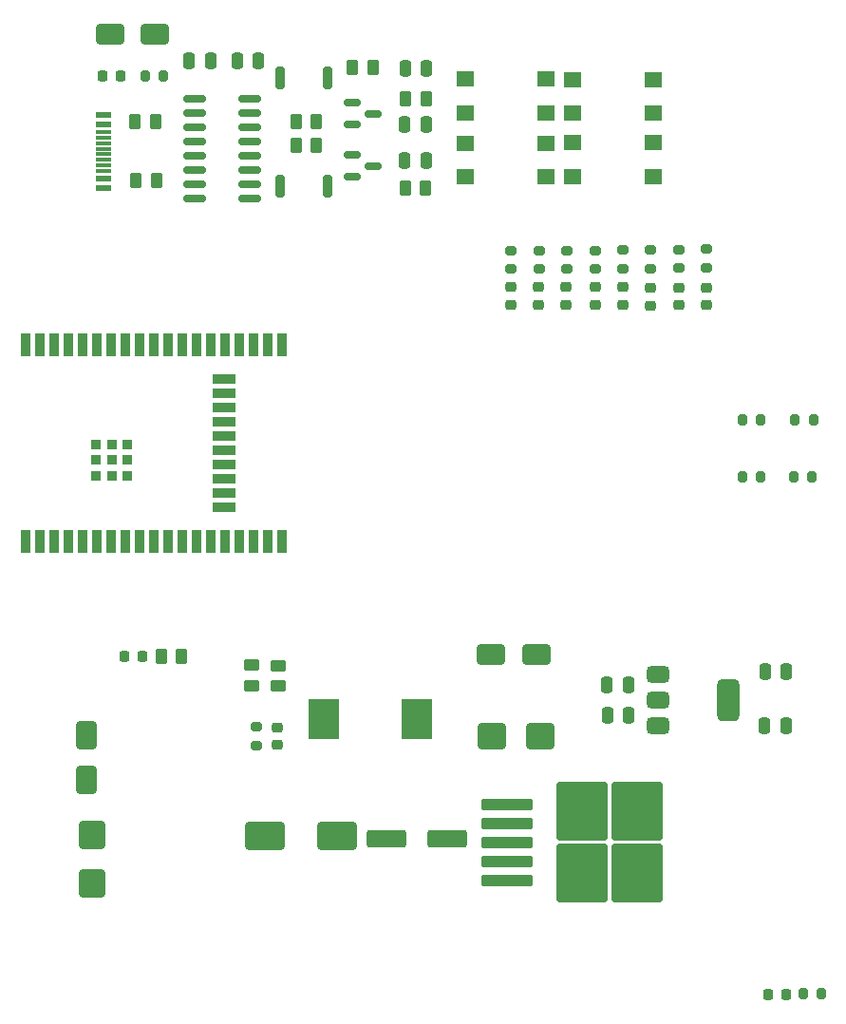
<source format=gbr>
%TF.GenerationSoftware,KiCad,Pcbnew,8.0.2*%
%TF.CreationDate,2025-02-27T03:45:28+05:30*%
%TF.ProjectId,sra_dev_board_2024(CH340C),7372615f-6465-4765-9f62-6f6172645f32,rev?*%
%TF.SameCoordinates,Original*%
%TF.FileFunction,Paste,Top*%
%TF.FilePolarity,Positive*%
%FSLAX46Y46*%
G04 Gerber Fmt 4.6, Leading zero omitted, Abs format (unit mm)*
G04 Created by KiCad (PCBNEW 8.0.2) date 2025-02-27 03:45:28*
%MOMM*%
%LPD*%
G01*
G04 APERTURE LIST*
G04 Aperture macros list*
%AMRoundRect*
0 Rectangle with rounded corners*
0 $1 Rounding radius*
0 $2 $3 $4 $5 $6 $7 $8 $9 X,Y pos of 4 corners*
0 Add a 4 corners polygon primitive as box body*
4,1,4,$2,$3,$4,$5,$6,$7,$8,$9,$2,$3,0*
0 Add four circle primitives for the rounded corners*
1,1,$1+$1,$2,$3*
1,1,$1+$1,$4,$5*
1,1,$1+$1,$6,$7*
1,1,$1+$1,$8,$9*
0 Add four rect primitives between the rounded corners*
20,1,$1+$1,$2,$3,$4,$5,0*
20,1,$1+$1,$4,$5,$6,$7,0*
20,1,$1+$1,$6,$7,$8,$9,0*
20,1,$1+$1,$8,$9,$2,$3,0*%
G04 Aperture macros list end*
%ADD10RoundRect,0.250000X-0.262500X-0.450000X0.262500X-0.450000X0.262500X0.450000X-0.262500X0.450000X0*%
%ADD11RoundRect,0.250000X0.450000X-0.262500X0.450000X0.262500X-0.450000X0.262500X-0.450000X-0.262500X0*%
%ADD12RoundRect,0.218750X-0.256250X0.218750X-0.256250X-0.218750X0.256250X-0.218750X0.256250X0.218750X0*%
%ADD13RoundRect,0.250000X0.250000X0.475000X-0.250000X0.475000X-0.250000X-0.475000X0.250000X-0.475000X0*%
%ADD14R,1.600000X1.400000*%
%ADD15R,0.900000X2.000000*%
%ADD16RoundRect,0.200000X-0.200000X-0.275000X0.200000X-0.275000X0.200000X0.275000X-0.200000X0.275000X0*%
%ADD17RoundRect,0.250000X-1.000000X-0.650000X1.000000X-0.650000X1.000000X0.650000X-1.000000X0.650000X0*%
%ADD18RoundRect,0.200000X0.275000X-0.200000X0.275000X0.200000X-0.275000X0.200000X-0.275000X-0.200000X0*%
%ADD19RoundRect,0.250000X-0.250000X-0.475000X0.250000X-0.475000X0.250000X0.475000X-0.250000X0.475000X0*%
%ADD20RoundRect,0.250000X-1.000000X-0.900000X1.000000X-0.900000X1.000000X0.900000X-1.000000X0.900000X0*%
%ADD21RoundRect,0.250000X-2.050000X-0.300000X2.050000X-0.300000X2.050000X0.300000X-2.050000X0.300000X0*%
%ADD22RoundRect,0.250000X-2.025000X-2.375000X2.025000X-2.375000X2.025000X2.375000X-2.025000X2.375000X0*%
%ADD23RoundRect,0.218750X0.218750X0.256250X-0.218750X0.256250X-0.218750X-0.256250X0.218750X-0.256250X0*%
%ADD24RoundRect,0.150000X-0.825000X-0.150000X0.825000X-0.150000X0.825000X0.150000X-0.825000X0.150000X0*%
%ADD25RoundRect,0.150000X-0.587500X-0.150000X0.587500X-0.150000X0.587500X0.150000X-0.587500X0.150000X0*%
%ADD26RoundRect,0.200000X-0.200000X-0.800000X0.200000X-0.800000X0.200000X0.800000X-0.200000X0.800000X0*%
%ADD27RoundRect,0.250000X1.000000X0.650000X-1.000000X0.650000X-1.000000X-0.650000X1.000000X-0.650000X0*%
%ADD28RoundRect,0.250000X0.650000X-1.000000X0.650000X1.000000X-0.650000X1.000000X-0.650000X-1.000000X0*%
%ADD29R,1.450000X0.600000*%
%ADD30R,1.450000X0.300000*%
%ADD31R,2.700000X3.600000*%
%ADD32RoundRect,0.200000X0.200000X0.800000X-0.200000X0.800000X-0.200000X-0.800000X0.200000X-0.800000X0*%
%ADD33R,2.000000X0.900000*%
%ADD34R,0.900000X0.900000*%
%ADD35RoundRect,0.250000X-1.500000X-0.550000X1.500000X-0.550000X1.500000X0.550000X-1.500000X0.550000X0*%
%ADD36RoundRect,0.250000X-0.900000X1.000000X-0.900000X-1.000000X0.900000X-1.000000X0.900000X1.000000X0*%
%ADD37RoundRect,0.250000X-1.500000X-1.000000X1.500000X-1.000000X1.500000X1.000000X-1.500000X1.000000X0*%
%ADD38RoundRect,0.218750X0.256250X-0.218750X0.256250X0.218750X-0.256250X0.218750X-0.256250X-0.218750X0*%
%ADD39RoundRect,0.375000X-0.625000X-0.375000X0.625000X-0.375000X0.625000X0.375000X-0.625000X0.375000X0*%
%ADD40RoundRect,0.500000X-0.500000X-1.400000X0.500000X-1.400000X0.500000X1.400000X-0.500000X1.400000X0*%
G04 APERTURE END LIST*
D10*
%TO.C,R5*%
X140915000Y-59970000D03*
X142740000Y-59970000D03*
%TD*%
%TO.C,R3*%
X135907500Y-64760000D03*
X137732500Y-64760000D03*
%TD*%
D11*
%TO.C,R25*%
X134300000Y-115075000D03*
X134300000Y-113250000D03*
%TD*%
D12*
%TO.C,D4*%
X162570000Y-79487500D03*
X162570000Y-81062500D03*
%TD*%
D10*
%TO.C,R4*%
X145625000Y-70650000D03*
X147450000Y-70650000D03*
%TD*%
D13*
%TO.C,C5*%
X147490000Y-65010000D03*
X145590000Y-65010000D03*
%TD*%
D14*
%TO.C,SW6*%
X160520000Y-69640000D03*
X167720000Y-69640000D03*
X160520000Y-66640000D03*
X167720000Y-66640000D03*
%TD*%
D15*
%TO.C,*%
X132080000Y-102170000D03*
%TD*%
D16*
%TO.C,R8*%
X175675000Y-96440000D03*
X177325000Y-96440000D03*
%TD*%
%TO.C,R23*%
X181115000Y-142517500D03*
X182765000Y-142517500D03*
%TD*%
D12*
%TO.C,D5*%
X165030000Y-79505000D03*
X165030000Y-81080000D03*
%TD*%
D17*
%TO.C,D14*%
X153310000Y-112290000D03*
X157310000Y-112290000D03*
%TD*%
D15*
%TO.C,*%
X132070000Y-84690000D03*
%TD*%
D10*
%TO.C,R20*%
X123887500Y-112400000D03*
X125712500Y-112400000D03*
%TD*%
D18*
%TO.C,R21*%
X132340000Y-120347500D03*
X132340000Y-118697500D03*
%TD*%
D19*
%TO.C,C1*%
X145620000Y-59980000D03*
X147520000Y-59980000D03*
%TD*%
D20*
%TO.C,D15*%
X153352500Y-119572500D03*
X157652500Y-119572500D03*
%TD*%
D21*
%TO.C,U4*%
X154715000Y-125590000D03*
X154715000Y-127290000D03*
X154715000Y-128990000D03*
D22*
X161440000Y-126215000D03*
X161440000Y-131765000D03*
X166290000Y-126215000D03*
X166290000Y-131765000D03*
D21*
X154715000Y-130690000D03*
X154715000Y-132390000D03*
%TD*%
D23*
%TO.C,D12*%
X179597500Y-142540000D03*
X178022500Y-142540000D03*
%TD*%
%TO.C,D9*%
X122187500Y-112400000D03*
X120612500Y-112400000D03*
%TD*%
D10*
%TO.C,R1*%
X145657500Y-62760000D03*
X147482500Y-62760000D03*
%TD*%
D23*
%TO.C,D11*%
X120227500Y-60690000D03*
X118652500Y-60690000D03*
%TD*%
D18*
%TO.C,R16*%
X165080000Y-77845000D03*
X165080000Y-76195000D03*
%TD*%
D13*
%TO.C,C3*%
X132530000Y-59340000D03*
X130630000Y-59340000D03*
%TD*%
D15*
%TO.C,*%
X133350000Y-102170000D03*
%TD*%
%TO.C,*%
X130810000Y-102170000D03*
%TD*%
%TO.C,*%
X129540000Y-102170000D03*
%TD*%
D19*
%TO.C,C11*%
X177690000Y-118570000D03*
X179590000Y-118570000D03*
%TD*%
D13*
%TO.C,C2*%
X128280000Y-59330000D03*
X126380000Y-59330000D03*
%TD*%
D24*
%TO.C,U2*%
X126840000Y-62750000D03*
X126840000Y-64020000D03*
X126840000Y-65290000D03*
X126840000Y-66560000D03*
X126840000Y-67830000D03*
X126840000Y-69100000D03*
X126840000Y-70370000D03*
X126840000Y-71640000D03*
X131790000Y-71640000D03*
X131790000Y-70370000D03*
X131790000Y-69100000D03*
X131790000Y-67830000D03*
X131790000Y-66560000D03*
X131790000Y-65290000D03*
X131790000Y-64020000D03*
X131790000Y-62750000D03*
%TD*%
D18*
%TO.C,R18*%
X170050000Y-77810000D03*
X170050000Y-76160000D03*
%TD*%
D13*
%TO.C,C9*%
X165520000Y-114990000D03*
X163620000Y-114990000D03*
%TD*%
D15*
%TO.C,*%
X129530000Y-84690000D03*
%TD*%
D12*
%TO.C,D2*%
X157530000Y-79492500D03*
X157530000Y-81067500D03*
%TD*%
D25*
%TO.C,Q2*%
X140942500Y-67757500D03*
X140942500Y-69657500D03*
X142817500Y-68707500D03*
%TD*%
D10*
%TO.C,R7*%
X121607500Y-69970000D03*
X123432500Y-69970000D03*
%TD*%
D15*
%TO.C,*%
X134620000Y-102170000D03*
%TD*%
D19*
%TO.C,C10*%
X177710000Y-113740000D03*
X179610000Y-113740000D03*
%TD*%
D11*
%TO.C,R24*%
X131980000Y-115052500D03*
X131980000Y-113227500D03*
%TD*%
D15*
%TO.C,*%
X134610000Y-84690000D03*
%TD*%
%TO.C,*%
X130800000Y-84690000D03*
%TD*%
D26*
%TO.C,SW8*%
X134500000Y-60830000D03*
X138700000Y-60830000D03*
%TD*%
D27*
%TO.C,D13*%
X123327500Y-56970000D03*
X119327500Y-56970000D03*
%TD*%
D10*
%TO.C,R6*%
X121567500Y-64790000D03*
X123392500Y-64790000D03*
%TD*%
D12*
%TO.C,D1*%
X155020000Y-79527500D03*
X155020000Y-81102500D03*
%TD*%
%TO.C,D6*%
X167490000Y-79575000D03*
X167490000Y-81150000D03*
%TD*%
D14*
%TO.C,SW4*%
X150960000Y-69670000D03*
X158160000Y-69670000D03*
X150960000Y-66670000D03*
X158160000Y-66670000D03*
%TD*%
D16*
%TO.C,R22*%
X122435000Y-60690000D03*
X124085000Y-60690000D03*
%TD*%
D14*
%TO.C,SW5*%
X160550000Y-63990000D03*
X167750000Y-63990000D03*
X160550000Y-60990000D03*
X167750000Y-60990000D03*
%TD*%
D15*
%TO.C,*%
X133340000Y-84690000D03*
%TD*%
D28*
%TO.C,D17*%
X117200000Y-123430000D03*
X117200000Y-119430000D03*
%TD*%
D12*
%TO.C,D3*%
X159980000Y-79487500D03*
X159980000Y-81062500D03*
%TD*%
D29*
%TO.C,J20*%
X118715000Y-64170000D03*
X118715000Y-64970000D03*
D30*
X118715000Y-66170000D03*
X118715000Y-67170000D03*
X118715000Y-67670000D03*
X118715000Y-68670000D03*
D29*
X118715000Y-69870000D03*
X118715000Y-70670000D03*
X118715000Y-70670000D03*
X118715000Y-69870000D03*
D30*
X118715000Y-69170000D03*
X118715000Y-68170000D03*
X118715000Y-66670000D03*
X118715000Y-65670000D03*
D29*
X118715000Y-64970000D03*
X118715000Y-64170000D03*
%TD*%
D18*
%TO.C,R12*%
X155020000Y-77885000D03*
X155020000Y-76235000D03*
%TD*%
D12*
%TO.C,D8*%
X172530000Y-79535000D03*
X172530000Y-81110000D03*
%TD*%
D13*
%TO.C,C8*%
X165570000Y-117687500D03*
X163670000Y-117687500D03*
%TD*%
D31*
%TO.C,L1*%
X146660000Y-118050000D03*
X138360000Y-118050000D03*
%TD*%
D32*
%TO.C,SW7*%
X138710000Y-70550000D03*
X134510000Y-70550000D03*
%TD*%
D14*
%TO.C,SW3*%
X150960000Y-63970000D03*
X158160000Y-63970000D03*
X150960000Y-60970000D03*
X158160000Y-60970000D03*
%TD*%
D10*
%TO.C,R2*%
X135907500Y-66840000D03*
X137732500Y-66840000D03*
%TD*%
D15*
%TO.C,U1*%
X111750000Y-102180000D03*
X113020000Y-102180000D03*
X114290000Y-102180000D03*
X115560000Y-102180000D03*
X116830000Y-102180000D03*
X118100000Y-102180000D03*
X119370000Y-102180000D03*
X120640000Y-102180000D03*
X121910000Y-102180000D03*
X123180000Y-102180000D03*
X124450000Y-102180000D03*
X125720000Y-102180000D03*
X126990000Y-102180000D03*
X128260000Y-102180000D03*
D33*
X129510000Y-99145000D03*
X129510000Y-97875000D03*
X129510000Y-96605000D03*
X129510000Y-95335000D03*
X129510000Y-94065000D03*
X129510000Y-92795000D03*
X129510000Y-91525000D03*
X129510000Y-90255000D03*
X129510000Y-88985000D03*
X129510000Y-87715000D03*
D15*
X128260000Y-84680000D03*
X126990000Y-84680000D03*
X125720000Y-84680000D03*
X124450000Y-84680000D03*
X123180000Y-84680000D03*
X121910000Y-84680000D03*
X120640000Y-84680000D03*
X119370000Y-84680000D03*
X118100000Y-84680000D03*
X116830000Y-84680000D03*
X115560000Y-84680000D03*
X114290000Y-84680000D03*
X113020000Y-84680000D03*
X111750000Y-84680000D03*
D34*
X118070000Y-93530000D03*
X119470000Y-93530000D03*
X120870000Y-93530000D03*
X118070000Y-94930000D03*
X119470000Y-94930000D03*
X120870000Y-94930000D03*
X118070000Y-96330000D03*
X119470000Y-96330000D03*
X120870000Y-96330000D03*
%TD*%
D35*
%TO.C,C6*%
X143980000Y-128680000D03*
X149380000Y-128680000D03*
%TD*%
D36*
%TO.C,D16*%
X117720000Y-128360000D03*
X117720000Y-132660000D03*
%TD*%
D18*
%TO.C,R14*%
X160090000Y-77900000D03*
X160090000Y-76250000D03*
%TD*%
%TO.C,R17*%
X167530000Y-77850000D03*
X167530000Y-76200000D03*
%TD*%
%TO.C,R13*%
X157580000Y-77900000D03*
X157580000Y-76250000D03*
%TD*%
D16*
%TO.C,R10*%
X180400000Y-91340000D03*
X182050000Y-91340000D03*
%TD*%
D37*
%TO.C,C7*%
X133082500Y-128460000D03*
X139582500Y-128460000D03*
%TD*%
D18*
%TO.C,R19*%
X172500000Y-77775000D03*
X172500000Y-76125000D03*
%TD*%
D38*
%TO.C,D10*%
X134190000Y-120310000D03*
X134190000Y-118735000D03*
%TD*%
D25*
%TO.C,Q1*%
X140902500Y-63090000D03*
X140902500Y-64990000D03*
X142777500Y-64040000D03*
%TD*%
D18*
%TO.C,R15*%
X162590000Y-77890000D03*
X162590000Y-76240000D03*
%TD*%
D19*
%TO.C,C4*%
X145600000Y-68220000D03*
X147500000Y-68220000D03*
%TD*%
D16*
%TO.C,R11*%
X180280000Y-96450000D03*
X181930000Y-96450000D03*
%TD*%
%TO.C,R9*%
X175700000Y-91350000D03*
X177350000Y-91350000D03*
%TD*%
D12*
%TO.C,D7*%
X170040000Y-79545000D03*
X170040000Y-81120000D03*
%TD*%
D39*
%TO.C,U5*%
X168180000Y-114017500D03*
X168180000Y-116317500D03*
D40*
X174480000Y-116317500D03*
D39*
X168180000Y-118617500D03*
%TD*%
M02*

</source>
